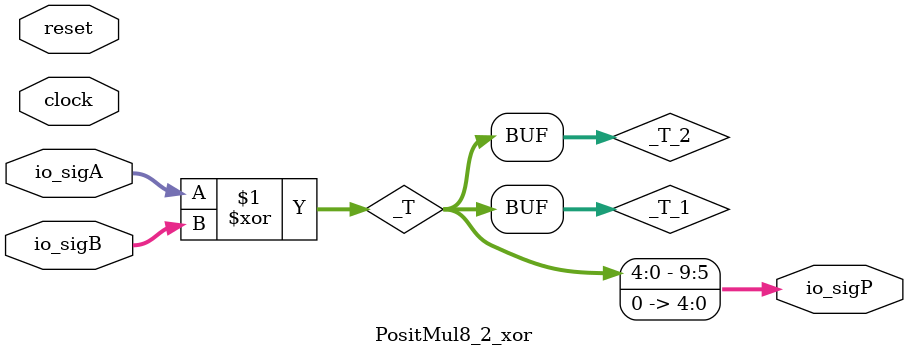
<source format=v>
module PositMul8_2_xor(
  input        clock,
  input        reset,
  input  [4:0] io_sigA,
  input  [4:0] io_sigB,
  output [9:0] io_sigP
);
  wire [4:0] _T; // @[PositMul.scala 51:23]
  wire [4:0] _T_1; // @[PositMul.scala 51:23]
  wire [4:0] _T_2; // @[Cat.scala 29:58]
  assign _T = $signed(io_sigA) ^ $signed(io_sigB); // @[PositMul.scala 51:23]
  assign _T_1 = $signed(_T); // @[PositMul.scala 51:23]
  assign _T_2 = $unsigned(_T_1); // @[Cat.scala 29:58]
  assign io_sigP = {_T_2,5'h0}; // @[PositMul.scala 51:9]
endmodule

</source>
